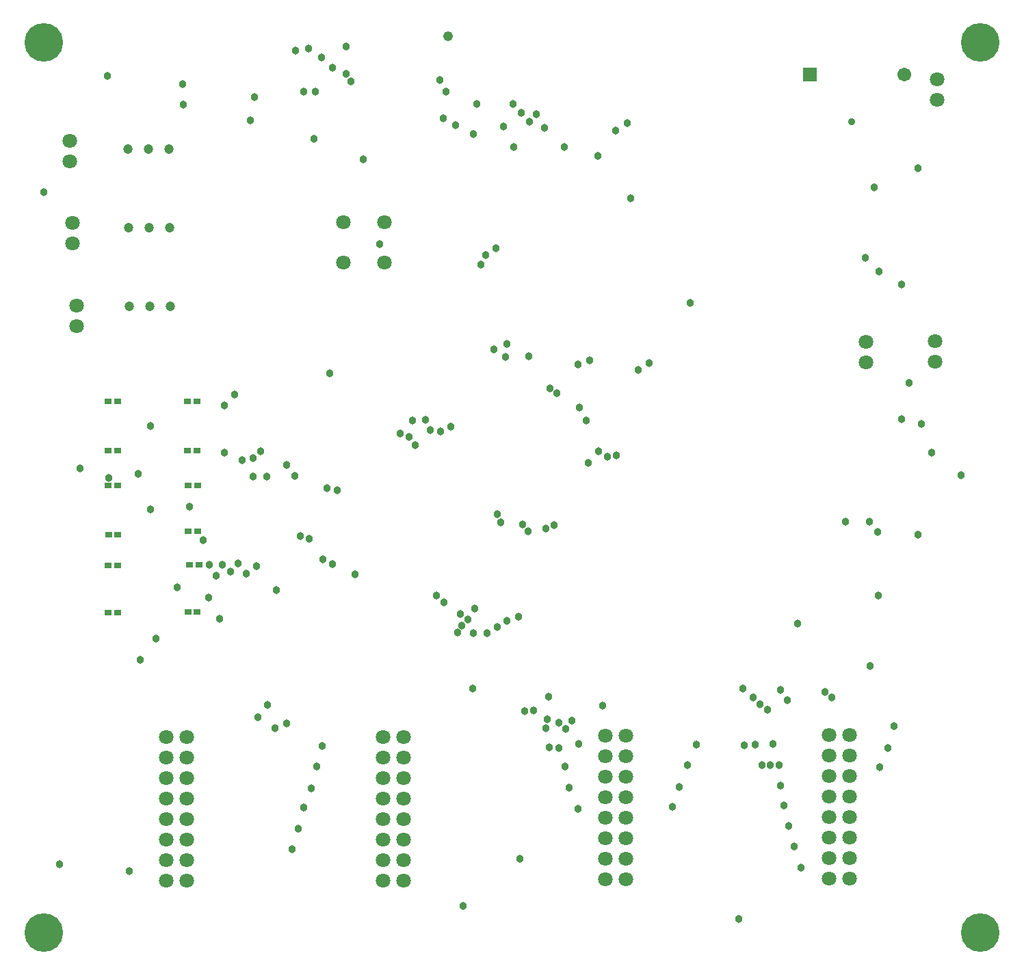
<source format=gbs>
%FSTAX23Y23*%
%MOIN*%
%SFA1B1*%

%IPPOS*%
%ADD54C,0.070990*%
%ADD55C,0.047370*%
%ADD56C,0.067060*%
%ADD57R,0.067060X0.067060*%
%ADD58C,0.188000*%
%ADD59C,0.035560*%
%ADD60C,0.038000*%
%ADD61C,0.048000*%
%ADD72R,0.037530X0.031620*%
%LNdev_board_pcb-1*%
%LPD*%
G54D54*
X02426Y0524D03*
Y0534D03*
X0244Y04838D03*
Y04938D03*
X02459Y04436D03*
Y04536D03*
X06308Y04361D03*
Y04261D03*
X06643Y04362D03*
Y04262D03*
X06655Y0564D03*
Y0554D03*
X06226Y02442D03*
Y02342D03*
Y02242D03*
Y02142D03*
Y02042D03*
Y01942D03*
Y01842D03*
Y01742D03*
X06126D03*
Y01842D03*
Y01942D03*
Y02042D03*
Y02142D03*
Y02242D03*
Y02342D03*
Y02442D03*
X05138Y02439D03*
Y02339D03*
Y02239D03*
Y02139D03*
Y02039D03*
Y01939D03*
Y01839D03*
Y01739D03*
X05038D03*
Y01839D03*
Y01939D03*
Y02039D03*
Y02139D03*
Y02239D03*
Y02339D03*
Y02439D03*
X04055Y02433D03*
Y02333D03*
Y02233D03*
Y02133D03*
Y02033D03*
Y01933D03*
Y01833D03*
Y01733D03*
X03955D03*
Y01833D03*
Y01933D03*
Y02033D03*
Y02133D03*
Y02233D03*
Y02333D03*
Y02433D03*
X02998Y02432D03*
Y02332D03*
Y02232D03*
Y02132D03*
Y02032D03*
Y01932D03*
Y01832D03*
Y01732D03*
X02898D03*
Y01832D03*
Y01932D03*
Y02032D03*
Y02132D03*
Y02232D03*
Y02332D03*
Y02432D03*
X03762Y04747D03*
X03959D03*
X03762Y04943D03*
X03959D03*
G54D55*
X02814Y04916D03*
X02914D03*
X02714D03*
X02818Y04534D03*
X02918D03*
X02718D03*
X02812Y05301D03*
X02912D03*
X02712D03*
G54D56*
X06493Y05664D03*
G54D57*
X06034Y05664D03*
G54D58*
X023Y0148D03*
X06865D03*
Y05818D03*
X023D03*
G54D59*
X06236Y05432D03*
G54D60*
X02949Y03162D03*
X02847Y02913D03*
X0318Y03821D03*
X03076Y03394D03*
X03266Y03782D03*
X03012Y03557D03*
X02616Y03697D03*
X02762Y03716D03*
X03524Y03705D03*
X03387Y03703D03*
X03322Y03704D03*
X02478Y03744D03*
X04262Y0558D03*
X03328Y05552D03*
X03307Y05439D03*
X03617Y0535D03*
X03526Y0578D03*
X03624Y05578D03*
X03708Y05695D03*
X04229Y05636D03*
X02717Y01779D03*
X04395Y02939D03*
X05024Y02585D03*
X05923Y02614D03*
X05889Y02662D03*
X04764Y02383D03*
X06482Y04641D03*
X04394Y05374D03*
X04586Y0552D03*
X04161Y03978D03*
X04284Y03945D03*
X04233Y03922D03*
X0484Y0229D03*
X06367Y03122D03*
X04907Y02399D03*
X06373Y02287D03*
X06413Y02379D03*
X06443Y02485D03*
X0599Y01797D03*
X05957Y019D03*
X05931Y02D03*
X05906Y02098D03*
X0589Y02196D03*
X058Y02295D03*
X05883Y02296D03*
X05854Y02398D03*
X0584Y02295D03*
X05364Y02094D03*
X05397Y0219D03*
X05436Y02297D03*
X05481Y02397D03*
X04812Y02381D03*
X04859Y02186D03*
X04903Y02083D03*
X0462Y01838D03*
X03511Y01886D03*
X03539Y01987D03*
X03567Y02088D03*
X03603Y02182D03*
X0363Y0229D03*
X02609Y05656D03*
X05087Y05388D03*
X04184Y0393D03*
X04112Y03857D03*
X06561Y05206D03*
X06324Y03482D03*
X06206D03*
X06559Y0342D03*
X06363Y03432D03*
X06348Y05113D03*
X02769Y02809D03*
X04542Y05411D03*
X05001Y05267D03*
X03817Y03227D03*
X06517Y04158D03*
X04429Y04735D03*
X04504Y04817D03*
X03775Y058D03*
Y05666D03*
X03797Y05628D03*
X03653Y05746D03*
X03589Y05789D03*
X06772Y0371D03*
X03936Y04835D03*
X03693Y04206D03*
X02378Y01814D03*
X05975Y02987D03*
X05688Y01547D03*
X04345Y0161D03*
X0439Y02669D03*
X05449Y04551D03*
X03732Y03637D03*
X03593Y034D03*
X0355Y03413D03*
X03661Y033D03*
X03708Y03275D03*
X03337Y03266D03*
X03287Y03231D03*
X03247Y03281D03*
X03209Y03239D03*
X03172Y03274D03*
X0314Y03221D03*
X03107Y03272D03*
X03322Y03793D03*
X03156Y0301D03*
X03435Y03148D03*
X03356Y03827D03*
X03485Y03761D03*
X0451Y02971D03*
X04459Y02939D03*
X04318Y02942D03*
X04338Y02977D03*
X04367Y03005D03*
X04329Y03033D03*
X0425Y03089D03*
X044Y03061D03*
X04556Y02999D03*
X04614Y03018D03*
X04214Y03123D03*
X05144Y05426D03*
X04246Y05448D03*
X04412Y0552D03*
X06142Y02626D03*
X06108Y02654D03*
X04096Y03975D03*
X04079Y03895D03*
X04037Y03914D03*
X04509Y0352D03*
X04527Y03479D03*
X04633Y03468D03*
X04662Y03437D03*
X04788Y03465D03*
X04748Y03449D03*
X04954Y03771D03*
X05005Y03826D03*
X05046Y038D03*
X05091Y03806D03*
X04912Y0404D03*
X04663Y04288D03*
X04556Y0435D03*
X04494Y04323D03*
X04552Y04286D03*
X04768Y04134D03*
X04799Y04108D03*
X0525Y04257D03*
X04959Y04271D03*
X04741Y05404D03*
X04701Y05469D03*
X04667Y05433D03*
X04628Y05476D03*
X06577Y0396D03*
X05792Y02593D03*
X05757Y02626D03*
X05707Y02671D03*
X05767Y02396D03*
X05714Y02393D03*
X05828Y02566D03*
X04753Y02521D03*
X04761Y02628D03*
X04809Y02504D03*
X04644Y02559D03*
X04686Y02563D03*
X04747Y02475D03*
X04845Y02473D03*
X04874Y02514D03*
X03483Y02498D03*
X03427Y02475D03*
X03656Y0239D03*
X03345Y0253D03*
X03391Y02591D03*
X023Y05091D03*
X06371Y04704D03*
X06305Y0477D03*
X06627Y03821D03*
X04838Y05308D03*
X0459D03*
X02976Y05617D03*
X06479Y03983D03*
X02822Y03951D03*
X02821Y03542D03*
X03182Y04049D03*
X03568Y05579D03*
X05159Y05059D03*
X02979Y05517D03*
X03857Y0525D03*
X04455Y04784D03*
X04307Y05415D03*
X03682Y03646D03*
X06327Y0278D03*
X0323Y04102D03*
X03105Y03113D03*
X05196Y04223D03*
X04903Y04248D03*
X04944Y03976D03*
G54D61*
X04269Y05849D03*
G54D72*
X03003Y03043D03*
X03048D03*
X03011Y03272D03*
X03057D03*
X0266Y03658D03*
X02615D03*
X02662Y03419D03*
X02617D03*
X0266Y0327D03*
X02615D03*
X0266Y03041D03*
X02615D03*
X03005Y03437D03*
X0305D03*
X03004Y0366D03*
X03049D03*
X03002Y03828D03*
X03047D03*
X03002Y04068D03*
X03047D03*
X0266D03*
X02615D03*
X0266Y03829D03*
X02615D03*
M02*
</source>
